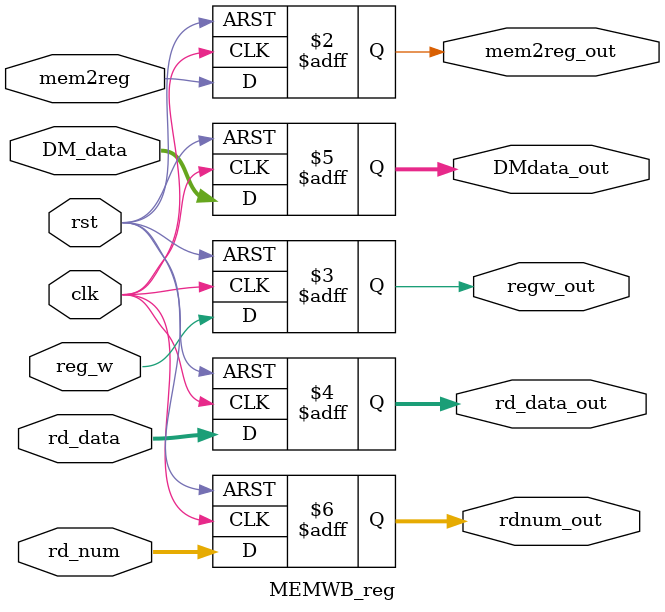
<source format=sv>
module IFID_reg(input clk,
                input rst,
                input IFID_regw,
                input [31:0] pc_in,
                input [31:0] instr,
                output logic [31:0] pc_out,
                output logic [31:0] instr_out);
always_ff@(posedge clk , posedge rst)begin
    if(rst)begin
        pc_out<=32'd0;
        instr_out<=32'd0;

    end
    else begin
        if(IFID_regw==1'b1)begin
          pc_out<=pc_in;
          instr_out<=instr;
        end
    end
end

endmodule




module IDEX_reg(
    input clk,
    input rst,
    input [31:0] pc,

    input [1:0] branch,
    input [2:0] alu_op,
    
    input alu_src,
    input pcsrc,
    input rdsrc,
    input mem_r,
    input mem_w,
    input mem2reg,
    input reg_w,
     
    input [31:0] rs1,
    input [31:0] rs2,
    input [31:0] immediate,
    input [2:0] funct3,
    input [6:0] funct7,
    input [4:0] rs1_num,
    input [4:0] rs2_num,
    input [4:0] rd_num,

    output logic [1:0] branch_out,
    output logic [2:0] aluop_out,
    
    output logic alusrc_out,
    output logic pcsrc_out,
    output logic rdsrc_out,
    output logic memr_out,
    output logic memw_out,
    output logic mem2reg_out,
    output logic regw_out,
    

    
    //output logic [6:0] opcode_out, 
    
    output logic [31:0] rs1_out,
    output logic [31:0] rs2_out,
    output logic [31:0] pc_out,
    output logic [31:0] immediate_out,
    output logic [2:0] funct3_out,
    output logic [6:0] funct7_out,
    output logic [4:0] rs1num_out,
    output logic [4:0] rs2num_out,
    output logic [4:0] rdnum_out
);

    always_ff@(posedge clk , posedge rst) begin
        if(rst) begin 
            mem2reg_out<=1'b0;
            regw_out<=1'b0;
            rdsrc_out<=1'b0;
            memr_out<=1'b0;
            memw_out<=1'b0;
            pcsrc_out<=1'b0;
            alusrc_out<=1'b0;

            branch_out<=2'd0;
            aluop_out<=3'd0;
            //opcode_out<=7'd0;

            pc_out<=32'd0;
            rs1_out<=32'd0;
            rs2_out<=32'd0;
            immediate_out<=32'd0;

            funct3_out<=3'd0;
            funct7_out<=7'd0;
            rdnum_out<=5'd0;
            rs1num_out<=5'd0;
            rs2num_out<=5'd0;
        end

        else begin
            mem2reg_out<=mem2reg;
            regw_out<=reg_w;
            rdsrc_out<= rdsrc;
            memr_out<=mem_r;
            memw_out<=mem_w;
            pcsrc_out<= pcsrc;
            alusrc_out<=alu_src;
            
            branch_out<=branch;
            aluop_out<=alu_op;
            //opcode_out<=opcode;

            pc_out<=pc;
            rs1_out<=rs1;
            rs2_out<=rs2;
            immediate_out<=immediate;
            
            funct3_out<=funct3;
            funct7_out<=funct7;
            rdnum_out<=rd_num;
            rs1num_out<=rs1_num;
            rs2num_out<=rs2_num;
           
        end
    end
endmodule


module EXMEM_reg(
    input clk,
    input rst,

    input rdsrc,
    input mem_r,
    input mem_w,
    
    input mem2reg,
    input reg_w,
    
    
    input [31:0] pc2reg,
    input [31:0] aluresult,
    input [31:0] rs2_data,
    input [4:0] rd_num,
    input [2:0] funct3,
    
    
    output logic memr_out,
    output logic memw_out,
    output logic mem2reg_out,
    output logic regw_out,
    output logic rdsrc_out,

    output logic [4:0] rdnum_out,
    output logic [2:0] funct3_out,
    output logic [31:0] pc2reg_out,
    output logic [31:0] aluresult_out,
    output logic [31:0] rs2data_out
    //output logic [4:0] rs2num_out
   
);
    always_ff@(posedge clk , posedge rst)begin
        if(rst)begin
            mem2reg_out<=1'b0;
            regw_out<=1'b0;
            rdsrc_out<=1'b0;
            memr_out<=1'b0;
            memw_out<=1'b0;
            funct3_out<=3'd0;
            pc2reg_out<=32'd0;
            aluresult_out<=32'd0;
            rs2data_out<=32'd0;
        
            rdnum_out<=5'd0;
        end
        else begin
            mem2reg_out<=mem2reg;
            regw_out<=reg_w;
            rdsrc_out<=rdsrc;
            memr_out<=mem_r;
            memw_out<=mem_w;
            funct3_out<=funct3;
            pc2reg_out<=pc2reg;
            aluresult_out<=aluresult;
            rs2data_out<=rs2_data;
            
            rdnum_out<=rd_num;
        end
    end
endmodule


module MEMWB_reg(
    input clk,
    input rst,
    input mem2reg,
    input reg_w,
    input [31:0] rd_data,
    input [31:0] DM_data,
    input [4:0] rd_num,
    output logic mem2reg_out,
    output logic regw_out,
    output logic [31:0] rd_data_out,
    output logic [31:0] DMdata_out,
    output logic [4:0] rdnum_out
);
    always_ff@(posedge clk , posedge rst) begin
        if(rst)begin
            mem2reg_out<=1'b0;
            regw_out<=1'b0;
            rd_data_out<=32'd0;
            DMdata_out<=32'd0;
            rdnum_out<=5'd0;
        end
        else begin
            mem2reg_out<= mem2reg;
            regw_out<=reg_w;
            rd_data_out<=rd_data;
            DMdata_out<=DM_data;
            rdnum_out<=rd_num;
        end
    end
endmodule


</source>
